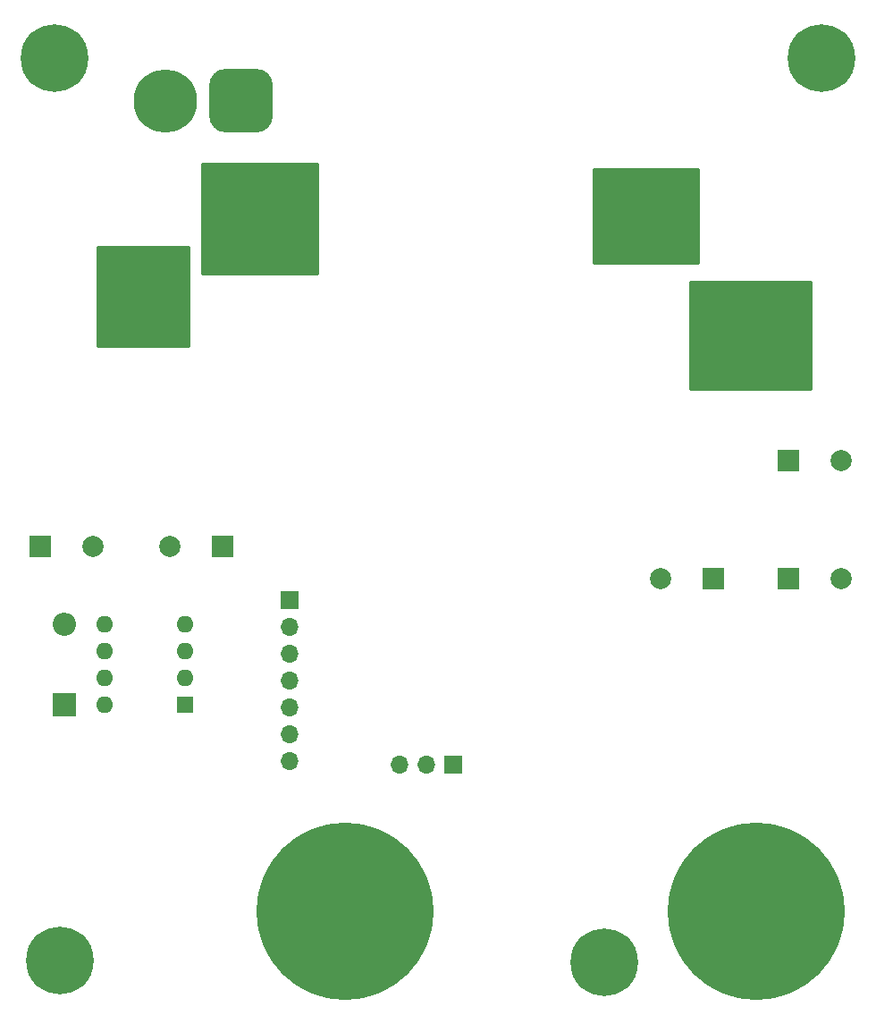
<source format=gbr>
%TF.GenerationSoftware,KiCad,Pcbnew,(5.1.9)-1*%
%TF.CreationDate,2022-02-26T00:54:21-05:00*%
%TF.ProjectId,LabPSU,4c616250-5355-42e6-9b69-6361645f7063,rev?*%
%TF.SameCoordinates,Original*%
%TF.FileFunction,Soldermask,Bot*%
%TF.FilePolarity,Negative*%
%FSLAX46Y46*%
G04 Gerber Fmt 4.6, Leading zero omitted, Abs format (unit mm)*
G04 Created by KiCad (PCBNEW (5.1.9)-1) date 2022-02-26 00:54:21*
%MOMM*%
%LPD*%
G01*
G04 APERTURE LIST*
%ADD10O,1.700000X1.700000*%
%ADD11R,1.700000X1.700000*%
%ADD12O,1.600000X1.600000*%
%ADD13R,1.600000X1.600000*%
%ADD14O,2.200000X2.200000*%
%ADD15R,2.200000X2.200000*%
%ADD16C,2.000000*%
%ADD17R,2.000000X2.000000*%
%ADD18C,16.800000*%
%ADD19C,6.000000*%
%ADD20C,6.400000*%
%ADD21C,0.254000*%
%ADD22C,0.100000*%
G04 APERTURE END LIST*
D10*
%TO.C,J2*%
X80518000Y-123698000D03*
X80518000Y-121158000D03*
X80518000Y-118618000D03*
X80518000Y-116078000D03*
X80518000Y-113538000D03*
X80518000Y-110998000D03*
D11*
X80518000Y-108458000D03*
%TD*%
D12*
%TO.C,U1*%
X62992000Y-118364000D03*
X70612000Y-110744000D03*
X62992000Y-115824000D03*
X70612000Y-113284000D03*
X62992000Y-113284000D03*
X70612000Y-115824000D03*
X62992000Y-110744000D03*
D13*
X70612000Y-118364000D03*
%TD*%
D14*
%TO.C,D1*%
X59182000Y-110744000D03*
D15*
X59182000Y-118364000D03*
%TD*%
D16*
%TO.C,C8*%
X69168000Y-103378000D03*
D17*
X74168000Y-103378000D03*
%TD*%
D16*
%TO.C,C1*%
X61896000Y-103378000D03*
D17*
X56896000Y-103378000D03*
%TD*%
D18*
%TO.C,J5*%
X85758000Y-137922000D03*
%TD*%
%TO.C,J4*%
X124714000Y-137922000D03*
%TD*%
D10*
%TO.C,J3*%
X90932000Y-124079000D03*
X93472000Y-124079000D03*
D11*
X96012000Y-124079000D03*
%TD*%
%TO.C,J1*%
G36*
G01*
X78946000Y-59714000D02*
X78946000Y-62714000D01*
G75*
G02*
X77446000Y-64214000I-1500000J0D01*
G01*
X74446000Y-64214000D01*
G75*
G02*
X72946000Y-62714000I0J1500000D01*
G01*
X72946000Y-59714000D01*
G75*
G02*
X74446000Y-58214000I1500000J0D01*
G01*
X77446000Y-58214000D01*
G75*
G02*
X78946000Y-59714000I0J-1500000D01*
G01*
G37*
D19*
X68746000Y-61214000D03*
%TD*%
D20*
%TO.C,H4*%
X58801000Y-142621000D03*
%TD*%
%TO.C,H3*%
X110363000Y-142748000D03*
%TD*%
%TO.C,H2*%
X130937000Y-57150000D03*
%TD*%
%TO.C,H1*%
X58293000Y-57150000D03*
%TD*%
D16*
%TO.C,C23*%
X132762000Y-106426000D03*
D17*
X127762000Y-106426000D03*
%TD*%
D16*
%TO.C,C21*%
X132762000Y-95250000D03*
D17*
X127762000Y-95250000D03*
%TD*%
D16*
%TO.C,C18*%
X115650000Y-106426000D03*
D17*
X120650000Y-106426000D03*
%TD*%
D21*
X70993000Y-84455000D02*
X62357000Y-84455000D01*
X62357000Y-75057000D01*
X70993000Y-75057000D01*
X70993000Y-84455000D01*
D22*
G36*
X70993000Y-84455000D02*
G01*
X62357000Y-84455000D01*
X62357000Y-75057000D01*
X70993000Y-75057000D01*
X70993000Y-84455000D01*
G37*
D21*
X119253000Y-76581000D02*
X109347000Y-76581000D01*
X109347000Y-67691000D01*
X119253000Y-67691000D01*
X119253000Y-76581000D01*
D22*
G36*
X119253000Y-76581000D02*
G01*
X109347000Y-76581000D01*
X109347000Y-67691000D01*
X119253000Y-67691000D01*
X119253000Y-76581000D01*
G37*
D21*
X129921000Y-88519000D02*
X118491000Y-88519000D01*
X118491000Y-78359000D01*
X129921000Y-78359000D01*
X129921000Y-88519000D01*
D22*
G36*
X129921000Y-88519000D02*
G01*
X118491000Y-88519000D01*
X118491000Y-78359000D01*
X129921000Y-78359000D01*
X129921000Y-88519000D01*
G37*
D21*
X83185000Y-77597000D02*
X72263000Y-77597000D01*
X72263000Y-67183000D01*
X83185000Y-67183000D01*
X83185000Y-77597000D01*
D22*
G36*
X83185000Y-77597000D02*
G01*
X72263000Y-77597000D01*
X72263000Y-67183000D01*
X83185000Y-67183000D01*
X83185000Y-77597000D01*
G37*
M02*

</source>
